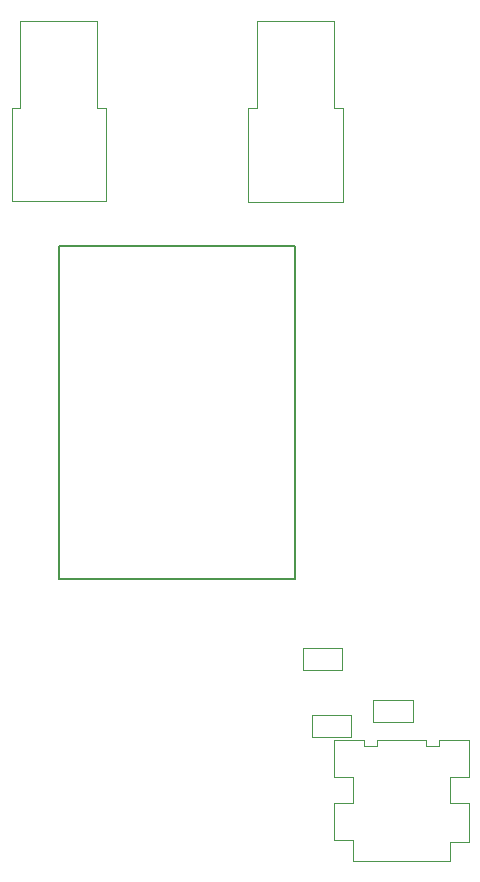
<source format=gbr>
%TF.GenerationSoftware,Altium Limited,Altium NEXUS,2.1.7 (73)*%
G04 Layer_Color=0*
%FSLAX44Y44*%
%MOMM*%
%TF.FileFunction,Other,Mechanical_16*%
%TF.Part,Single*%
G01*
G75*
%TA.AperFunction,NonConductor*%
%ADD39C,0.1270*%
%ADD62C,0.0500*%
D39*
X406730Y793970D02*
X606730D01*
Y511470D02*
Y793970D01*
X406730Y511470D02*
X606730D01*
X406730D02*
Y793970D01*
D62*
X620890Y378100D02*
X654190D01*
X620890Y396600D02*
X654190D01*
X620890Y378100D02*
Y396600D01*
X654190Y378100D02*
Y396600D01*
X613270Y453750D02*
X646570D01*
X613270Y435250D02*
X646570D01*
Y453750D01*
X613270Y435250D02*
Y453750D01*
X639720Y344380D02*
X655720D01*
X639720D02*
Y375380D01*
X664720D01*
Y370380D02*
Y375380D01*
Y370380D02*
X675820D01*
Y375380D01*
X717820D01*
Y370380D02*
Y375380D01*
Y370380D02*
X728920D01*
Y375380D01*
X753920D01*
Y344380D02*
Y375380D01*
X737920Y344380D02*
X753920D01*
X737920Y321880D02*
Y344380D01*
Y321880D02*
X753920D01*
Y289380D02*
Y321880D01*
X737920Y289380D02*
X753920D01*
X737920Y273380D02*
Y289380D01*
X655720Y273380D02*
X737920D01*
X655720D02*
Y290580D01*
X639720D02*
X655720D01*
X639720D02*
Y321880D01*
X655720D01*
Y344380D01*
X672960Y390800D02*
X706260D01*
X672960Y409300D02*
X706260D01*
X672960Y390800D02*
Y409300D01*
X706260Y390800D02*
Y409300D01*
X646950Y831470D02*
Y910870D01*
X639550D02*
X646950D01*
X639550D02*
Y984370D01*
X574550D02*
X639550D01*
X574550Y910870D02*
Y984370D01*
X567150Y910870D02*
X574550D01*
X567150Y831470D02*
Y910870D01*
Y831470D02*
X646950D01*
X446630Y831520D02*
Y910920D01*
X439230D02*
X446630D01*
X439230D02*
Y984420D01*
X374230D02*
X439230D01*
X374230Y910920D02*
Y984420D01*
X366830Y910920D02*
X374230D01*
X366830Y831520D02*
Y910920D01*
Y831520D02*
X446630D01*
%TF.MD5,f57833bbc05dd5aa81deed5a669fadf7*%
M02*

</source>
